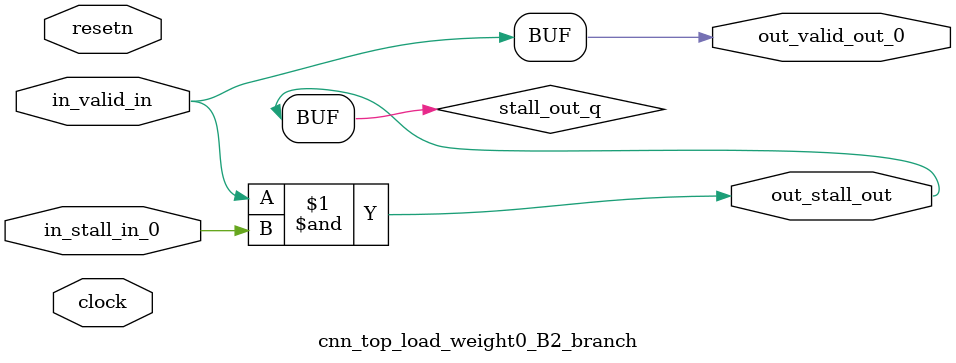
<source format=sv>



(* altera_attribute = "-name AUTO_SHIFT_REGISTER_RECOGNITION OFF; -name MESSAGE_DISABLE 10036; -name MESSAGE_DISABLE 10037; -name MESSAGE_DISABLE 14130; -name MESSAGE_DISABLE 14320; -name MESSAGE_DISABLE 15400; -name MESSAGE_DISABLE 14130; -name MESSAGE_DISABLE 10036; -name MESSAGE_DISABLE 12020; -name MESSAGE_DISABLE 12030; -name MESSAGE_DISABLE 12010; -name MESSAGE_DISABLE 12110; -name MESSAGE_DISABLE 14320; -name MESSAGE_DISABLE 13410; -name MESSAGE_DISABLE 113007; -name MESSAGE_DISABLE 10958" *)
module cnn_top_load_weight0_B2_branch (
    input wire [0:0] in_stall_in_0,
    input wire [0:0] in_valid_in,
    output wire [0:0] out_stall_out,
    output wire [0:0] out_valid_out_0,
    input wire clock,
    input wire resetn
    );

    wire [0:0] stall_out_q;


    // stall_out(LOGICAL,6)
    assign stall_out_q = in_valid_in & in_stall_in_0;

    // out_stall_out(GPOUT,4)
    assign out_stall_out = stall_out_q;

    // out_valid_out_0(GPOUT,5)
    assign out_valid_out_0 = in_valid_in;

endmodule

</source>
